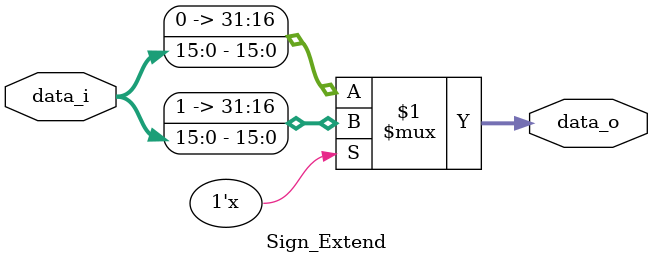
<source format=v>
module Sign_Extend(
    input  [15:0] data_i,
    output [31:0] data_o
);
    localparam add_0 = 16'b0000000000000000;
    localparam add_1 = 16'b1111111111111111;

   assign data_o = (data_i[31]) ? {add_1,data_i} : {add_0,data_i};

endmodule 
</source>
